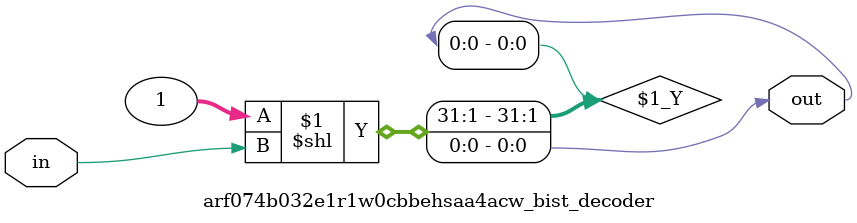
<source format=sv>

`ifndef ARF074B032E1R1W0CBBEHSAA4ACW_BIST_DECODER_SV
`define ARF074B032E1R1W0CBBEHSAA4ACW_BIST_DECODER_SV

module arf074b032e1r1w0cbbehsaa4acw_bist_decoder # (
  parameter IN_WIDTH  = 1,
  parameter OUT_WIDTH = 1
)
(
  input  logic [IN_WIDTH-1:0]  in,
  output logic [OUT_WIDTH-1:0] out
);
  
  assign out = 'b1 << in;

endmodule // arf074b032e1r1w0cbbehsaa4acw_bist_decoder

`endif // ARF074B032E1R1W0CBBEHSAA4ACW_BIST_DECODER_SV
</source>
